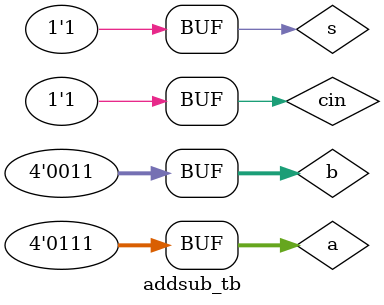
<source format=v>
`include"fulladder.v"
module addsub(
                input[3:0]a,b,
                input cin,s,
                output[3:0]sum,
                output cout);
wire w1,w2,w3;
wire [3:0]m;

    xor x1(m[0],b[0],s);
    xor x2(m[1],b[1],s);
    xor x3(m[2],b[2],s);
    xor x4(m[3],b[3],s);
    
    //Instantation

    fulladder1 gate1(a[0],m[0],cin,sum[0],w1);
    fulladder1 gate2(a[1],m[1],w1,sum[1],w2);
    fulladder1 gate3(a[2],m[2],w2,sum[2],w3);
    fulladder1 gate4(a[3],m[3],w3,sum[3],cout);

    endmodule



    module addsub_tb();
    reg[3:0]a,b;
    reg cin,s;
    wire[3:0]sum;
    wire cout;

    addsub gate5(a,b,cin,s,sum,cout);

    initial
    begin
    a=7;b=3;cin=0;s=0;#10;
    a=7;b=3;cin=1;s=0;#10;
    a=7;b=3;cin=1;s=1;#10;

    end

    initial
    $monitor("a=%d b=%d cin=%d s=%d sum=%d cout=%d Time=%0t",a,b,cin,s,sum,cout,$time);
    endmodule




</source>
